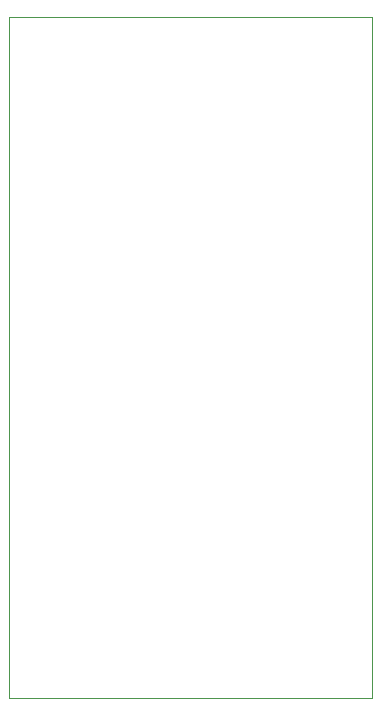
<source format=gbr>
G04*
G04 #@! TF.GenerationSoftware,Altium Limited,Altium Designer,25.7.1 (20)*
G04*
G04 Layer_Color=0*
%FSLAX44Y44*%
%MOMM*%
G71*
G04*
G04 #@! TF.SameCoordinates,265DE244-54D5-4CCD-A973-AF3357FD315F*
G04*
G04*
G04 #@! TF.FilePolarity,Positive*
G04*
G01*
G75*
%ADD81C,0.0254*%
D81*
X1465580Y259080D02*
Y835660D01*
X1772920D01*
Y259080D01*
X1465580D01*
M02*

</source>
